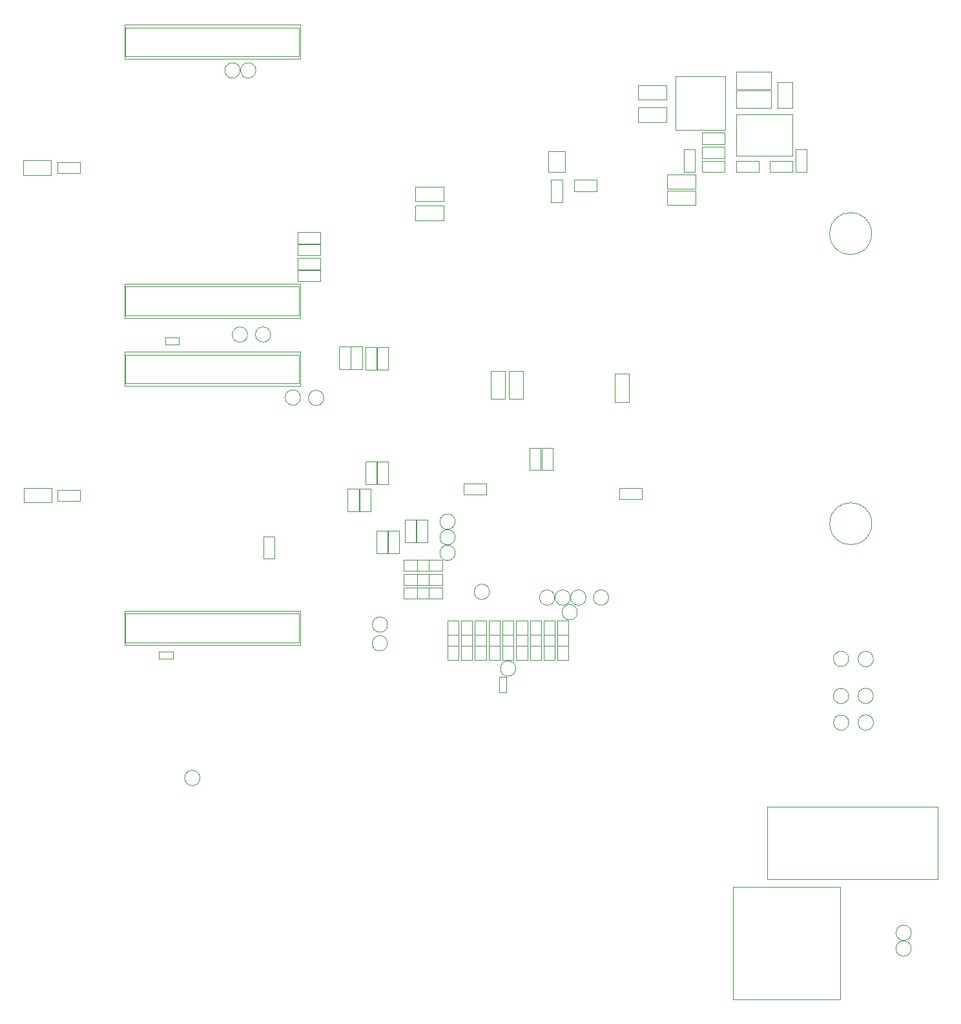
<source format=gbr>
%TF.GenerationSoftware,KiCad,Pcbnew,7.0.2-6a45011f42~172~ubuntu22.04.1*%
%TF.CreationDate,2023-04-24T13:24:37-07:00*%
%TF.ProjectId,Hepta-Pi_1.1,48657074-612d-4506-995f-312e312e6b69,2.1*%
%TF.SameCoordinates,PX37cf1c0PY1ad88f0*%
%TF.FileFunction,Other,User*%
%FSLAX46Y46*%
G04 Gerber Fmt 4.6, Leading zero omitted, Abs format (unit mm)*
G04 Created by KiCad (PCBNEW 7.0.2-6a45011f42~172~ubuntu22.04.1) date 2023-04-24 13:24:37*
%MOMM*%
%LPD*%
G01*
G04 APERTURE LIST*
%ADD10C,0.050000*%
%ADD11C,0.120000*%
G04 APERTURE END LIST*
D10*
%TO.C,H5*%
X116440000Y-87230000D02*
G75*
G03*
X116440000Y-87230000I-2750000J0D01*
G01*
%TO.C,H3*%
X116430000Y-49235000D02*
G75*
G03*
X116430000Y-49235000I-2750000J0D01*
G01*
%TO.C,C135*%
X98665000Y-28005000D02*
X98665000Y-30305000D01*
X98665000Y-30305000D02*
X103265000Y-30305000D01*
X103265000Y-28005000D02*
X98665000Y-28005000D01*
X103265000Y-30305000D02*
X103265000Y-28005000D01*
%TO.C,C155*%
X58200000Y-86740000D02*
X56740000Y-86740000D01*
X56740000Y-86740000D02*
X56740000Y-89700000D01*
X58200000Y-89700000D02*
X58200000Y-86740000D01*
X56740000Y-89700000D02*
X58200000Y-89700000D01*
%TO.C,R127*%
X62270000Y-99920000D02*
X60810000Y-99920000D01*
X60810000Y-99920000D02*
X60810000Y-103220000D01*
X62270000Y-103220000D02*
X62270000Y-99920000D01*
X60810000Y-103220000D02*
X62270000Y-103220000D01*
%TO.C,TP35*%
X69770000Y-106200000D02*
G75*
G03*
X69770000Y-106200000I-1000000J0D01*
G01*
%TO.C,R108*%
X70780000Y-67200000D02*
X68880000Y-67200000D01*
X68880000Y-67200000D02*
X68880000Y-70900000D01*
X70780000Y-70900000D02*
X70780000Y-67200000D01*
X68880000Y-70900000D02*
X70780000Y-70900000D01*
%TO.C,R106*%
X89640000Y-43610000D02*
X89640000Y-45510000D01*
X89640000Y-45510000D02*
X93340000Y-45510000D01*
X93340000Y-43610000D02*
X89640000Y-43610000D01*
X93340000Y-45510000D02*
X93340000Y-43610000D01*
%TO.C,U34*%
X74045000Y-38450000D02*
X76245000Y-38450000D01*
X74045000Y-38450000D02*
X74045000Y-41150000D01*
X76245000Y-41150000D02*
X76245000Y-38450000D01*
X76245000Y-41150000D02*
X74045000Y-41150000D01*
%TO.C,R104*%
X89650000Y-41470000D02*
X89650000Y-43370000D01*
X89650000Y-43370000D02*
X93350000Y-43370000D01*
X93350000Y-41470000D02*
X89650000Y-41470000D01*
X93350000Y-43370000D02*
X93350000Y-41470000D01*
%TO.C,R97*%
X89530000Y-31680000D02*
X89530000Y-29780000D01*
X89530000Y-29780000D02*
X85830000Y-29780000D01*
X85830000Y-31680000D02*
X89530000Y-31680000D01*
X85830000Y-29780000D02*
X85830000Y-31680000D01*
%TO.C,R107*%
X60320000Y-47470000D02*
X60320000Y-45570000D01*
X60320000Y-45570000D02*
X56620000Y-45570000D01*
X56620000Y-47470000D02*
X60320000Y-47470000D01*
X56620000Y-45570000D02*
X56620000Y-47470000D01*
%TO.C,R98*%
X89520000Y-34600000D02*
X89520000Y-32700000D01*
X89520000Y-32700000D02*
X85820000Y-32700000D01*
X85820000Y-34600000D02*
X89520000Y-34600000D01*
X85820000Y-32700000D02*
X85820000Y-34600000D01*
%TO.C,D13*%
X8957499Y-84440000D02*
X8957499Y-82540000D01*
X8957499Y-82540000D02*
X5257499Y-82540000D01*
X5257499Y-84440000D02*
X8957499Y-84440000D01*
X5257499Y-82540000D02*
X5257499Y-84440000D01*
%TO.C,R116*%
X58335000Y-95280000D02*
X58335000Y-93820000D01*
X58335000Y-93820000D02*
X55035000Y-93820000D01*
X55035000Y-95280000D02*
X58335000Y-95280000D01*
X55035000Y-93820000D02*
X55035000Y-95280000D01*
%TO.C,R123*%
X69490000Y-99920000D02*
X68030000Y-99920000D01*
X68030000Y-99920000D02*
X68030000Y-103220000D01*
X69490000Y-103220000D02*
X69490000Y-99920000D01*
X68030000Y-103220000D02*
X69490000Y-103220000D01*
%TO.C,C150*%
X46640002Y-67015000D02*
X48100002Y-67015000D01*
X48100002Y-67015000D02*
X48100002Y-64055000D01*
X46640002Y-64055000D02*
X46640002Y-67015000D01*
X48100002Y-64055000D02*
X46640002Y-64055000D01*
%TO.C,TP39*%
X113430000Y-113280000D02*
G75*
G03*
X113430000Y-113280000I-1000000J0D01*
G01*
%TO.C,TP18*%
X37642000Y-62450000D02*
G75*
G03*
X37642000Y-62450000I-1000000J0D01*
G01*
%TO.C,R117*%
X60160000Y-97080000D02*
X60160000Y-95620000D01*
X60160000Y-95620000D02*
X56860000Y-95620000D01*
X56860000Y-97080000D02*
X60160000Y-97080000D01*
X56860000Y-95620000D02*
X56860000Y-97080000D01*
%TO.C,C139*%
X106480000Y-41190000D02*
X107940000Y-41190000D01*
X107940000Y-41190000D02*
X107940000Y-38230000D01*
X106480000Y-38230000D02*
X106480000Y-41190000D01*
X107940000Y-38230000D02*
X106480000Y-38230000D01*
%TO.C,C146*%
X23830000Y-62810000D02*
X23830000Y-63730000D01*
X23830000Y-63730000D02*
X25650000Y-63730000D01*
X25650000Y-62810000D02*
X23830000Y-62810000D01*
X25650000Y-63730000D02*
X25650000Y-62810000D01*
%TO.C,TP36*%
X116660000Y-109780000D02*
G75*
G03*
X116660000Y-109780000I-1000000J0D01*
G01*
%TO.C,TP30*%
X52940707Y-102889293D02*
G75*
G03*
X52940707Y-102889293I-1000000J0D01*
G01*
%TO.C,C148*%
X50080001Y-67025000D02*
X51540001Y-67025000D01*
X51540001Y-67025000D02*
X51540001Y-64065000D01*
X50080001Y-64065000D02*
X50080001Y-67025000D01*
X51540001Y-64065000D02*
X50080001Y-64065000D01*
%TO.C,R119*%
X76700000Y-99920000D02*
X75240000Y-99920000D01*
X75240000Y-99920000D02*
X75240000Y-103220000D01*
X76700000Y-103220000D02*
X76700000Y-99920000D01*
X75240000Y-103220000D02*
X76700000Y-103220000D01*
%TO.C,R111*%
X12690000Y-84290000D02*
X12690000Y-82830000D01*
X12690000Y-82830000D02*
X9730000Y-82830000D01*
X9730000Y-84290000D02*
X12690000Y-84290000D01*
X9730000Y-82830000D02*
X9730000Y-84290000D01*
%TO.C,C136*%
X104080000Y-32795000D02*
X106040000Y-32795000D01*
X106040000Y-32795000D02*
X106040000Y-29395000D01*
X104080000Y-29395000D02*
X104080000Y-32795000D01*
X106040000Y-29395000D02*
X104080000Y-29395000D01*
%TO.C,C137*%
X98665000Y-30495000D02*
X98665000Y-32795000D01*
X98665000Y-32795000D02*
X103265000Y-32795000D01*
X103265000Y-30495000D02*
X98665000Y-30495000D01*
X103265000Y-32795000D02*
X103265000Y-30495000D01*
%TO.C,R110*%
X84620000Y-67600000D02*
X82720000Y-67600000D01*
X82720000Y-67600000D02*
X82720000Y-71300000D01*
X84620000Y-71300000D02*
X84620000Y-67600000D01*
X82720000Y-71300000D02*
X84620000Y-71300000D01*
%TO.C,TP31*%
X116660000Y-104950000D02*
G75*
G03*
X116660000Y-104950000I-1000000J0D01*
G01*
%TO.C,TP19*%
X34619293Y-62450707D02*
G75*
G03*
X34619293Y-62450707I-1000000J0D01*
G01*
%TO.C,R132*%
X69490000Y-101740000D02*
X68030000Y-101740000D01*
X68030000Y-101740000D02*
X68030000Y-105040000D01*
X69490000Y-105040000D02*
X69490000Y-101740000D01*
X68030000Y-105040000D02*
X69490000Y-105040000D01*
%TO.C,J30*%
X98280000Y-134780000D02*
X98280000Y-149530000D01*
X98280000Y-149530000D02*
X112280000Y-149530000D01*
X112280000Y-134780000D02*
X98280000Y-134780000D01*
X112280000Y-149530000D02*
X112280000Y-134780000D01*
%TO.C,TP42*%
X121620000Y-142870000D02*
G75*
G03*
X121620000Y-142870000I-1000000J0D01*
G01*
%TO.C,TP20*%
X44600000Y-70750000D02*
G75*
G03*
X44600000Y-70750000I-1000000J0D01*
G01*
%TO.C,C145*%
X44140000Y-55460000D02*
X44140000Y-54000000D01*
X44140000Y-54000000D02*
X41180000Y-54000000D01*
X41180000Y-55460000D02*
X44140000Y-55460000D01*
X41180000Y-54000000D02*
X41180000Y-55460000D01*
%TO.C,TP28*%
X74880000Y-96900000D02*
G75*
G03*
X74880000Y-96900000I-1000000J0D01*
G01*
%TO.C,ZZ14*%
X41490000Y-103170000D02*
X41490000Y-98670000D01*
X41490000Y-98670000D02*
X18490000Y-98670000D01*
X18490000Y-103170000D02*
X41490000Y-103170000D01*
X18490000Y-98670000D02*
X18490000Y-103170000D01*
%TO.C,C152*%
X51510000Y-79130000D02*
X50050000Y-79130000D01*
X50050000Y-79130000D02*
X50050000Y-82090000D01*
X51510000Y-82090000D02*
X51510000Y-79130000D01*
X50050000Y-82090000D02*
X51510000Y-82090000D01*
%TO.C,R134*%
X65885000Y-101740000D02*
X64425000Y-101740000D01*
X64425000Y-101740000D02*
X64425000Y-105040000D01*
X65885000Y-105040000D02*
X65885000Y-101740000D01*
X64425000Y-105040000D02*
X65885000Y-105040000D01*
%TO.C,TP27*%
X76930000Y-96900000D02*
G75*
G03*
X76930000Y-96900000I-1000000J0D01*
G01*
%TO.C,ZZ12*%
X41500000Y-60320000D02*
X41500000Y-55820000D01*
X41500000Y-55820000D02*
X18500000Y-55820000D01*
X18500000Y-60320000D02*
X41500000Y-60320000D01*
X18500000Y-55820000D02*
X18500000Y-60320000D01*
%TO.C,C151*%
X53039999Y-79130000D02*
X51579999Y-79130000D01*
X51579999Y-79130000D02*
X51579999Y-82090000D01*
X53039999Y-82090000D02*
X53039999Y-79130000D01*
X51579999Y-82090000D02*
X53039999Y-82090000D01*
%TO.C,R120*%
X74897500Y-99920000D02*
X73437500Y-99920000D01*
X73437500Y-99920000D02*
X73437500Y-103220000D01*
X74897500Y-103220000D02*
X74897500Y-99920000D01*
X73437500Y-103220000D02*
X74897500Y-103220000D01*
%TO.C,R109*%
X68400000Y-67200000D02*
X66500000Y-67200000D01*
X66500000Y-67200000D02*
X66500000Y-70900000D01*
X68400000Y-70900000D02*
X68400000Y-67200000D01*
X66500000Y-70900000D02*
X68400000Y-70900000D01*
%TO.C,TP16*%
X35697643Y-27860433D02*
G75*
G03*
X35697643Y-27860433I-1000000J0D01*
G01*
%TO.C,TP24*%
X61830000Y-91050000D02*
G75*
G03*
X61830000Y-91050000I-1000000J0D01*
G01*
%TO.C,R103*%
X12663097Y-41340000D02*
X12663097Y-39880000D01*
X12663097Y-39880000D02*
X9703097Y-39880000D01*
X9703097Y-41340000D02*
X12663097Y-41340000D01*
X9703097Y-39880000D02*
X9703097Y-41340000D01*
%TO.C,TP29*%
X52970707Y-100439293D02*
G75*
G03*
X52970707Y-100439293I-1000000J0D01*
G01*
%TO.C,R124*%
X67687500Y-99920000D02*
X66227500Y-99920000D01*
X66227500Y-99920000D02*
X66227500Y-103220000D01*
X67687500Y-103220000D02*
X67687500Y-99920000D01*
X66227500Y-103220000D02*
X67687500Y-103220000D01*
%TO.C,L5*%
X90700000Y-35640000D02*
X90700000Y-28640000D01*
X97200000Y-35640000D02*
X90700000Y-35640000D01*
X90700000Y-28640000D02*
X97200000Y-28640000D01*
X97200000Y-28640000D02*
X97200000Y-35640000D01*
%TO.C,R122*%
X71292500Y-99920000D02*
X69832500Y-99920000D01*
X69832500Y-99920000D02*
X69832500Y-103220000D01*
X71292500Y-103220000D02*
X71292500Y-99920000D01*
X69832500Y-103220000D02*
X71292500Y-103220000D01*
%TO.C,R136*%
X62270000Y-101740000D02*
X60810000Y-101740000D01*
X60810000Y-101740000D02*
X60810000Y-105040000D01*
X62270000Y-105040000D02*
X62270000Y-101740000D01*
X60810000Y-105040000D02*
X62270000Y-105040000D01*
%TO.C,C142*%
X44140000Y-50530001D02*
X44140000Y-49070001D01*
X44140000Y-49070001D02*
X41180000Y-49070001D01*
X41180000Y-50530001D02*
X44140000Y-50530001D01*
X41180000Y-49070001D02*
X41180000Y-50530001D01*
%TO.C,TP40*%
X28370000Y-120520000D02*
G75*
G03*
X28370000Y-120520000I-1000000J0D01*
G01*
%TO.C,TP17*%
X33627643Y-27860433D02*
G75*
G03*
X33627643Y-27860433I-1000000J0D01*
G01*
%TO.C,TP34*%
X77850000Y-98830000D02*
G75*
G03*
X77850000Y-98830000I-1000000J0D01*
G01*
%TO.C,C156*%
X56670001Y-86740000D02*
X55210001Y-86740000D01*
X55210001Y-86740000D02*
X55210001Y-89700000D01*
X56670001Y-89700000D02*
X56670001Y-86740000D01*
X55210001Y-89700000D02*
X56670001Y-89700000D01*
%TO.C,R135*%
X64090001Y-101740000D02*
X62630001Y-101740000D01*
X62630001Y-101740000D02*
X62630001Y-105040000D01*
X64090001Y-105040000D02*
X64090001Y-101740000D01*
X62630001Y-105040000D02*
X64090001Y-105040000D01*
%TO.C,TP25*%
X66330000Y-96150000D02*
G75*
G03*
X66330000Y-96150000I-1000000J0D01*
G01*
%TO.C,C144*%
X44140000Y-53920000D02*
X44140000Y-52460000D01*
X44140000Y-52460000D02*
X41180000Y-52460000D01*
X41180000Y-53920000D02*
X44140000Y-53920000D01*
X41180000Y-52460000D02*
X41180000Y-53920000D01*
%TO.C,FB1*%
X80390000Y-43660000D02*
X80390000Y-42200000D01*
X80390000Y-42200000D02*
X77430000Y-42200000D01*
X77430000Y-43660000D02*
X80390000Y-43660000D01*
X77430000Y-42200000D02*
X77430000Y-43660000D01*
%TO.C,TP33*%
X81960000Y-96900000D02*
G75*
G03*
X81960000Y-96900000I-1000000J0D01*
G01*
%TO.C,U33*%
X106060000Y-39055000D02*
X98660000Y-39055000D01*
X106060000Y-33655000D02*
X106060000Y-39055000D01*
X98660000Y-39055000D02*
X98660000Y-33655000D01*
X98660000Y-33655000D02*
X106060000Y-33655000D01*
%TO.C,R99*%
X97185000Y-39345000D02*
X97185000Y-37885000D01*
X97185000Y-37885000D02*
X94225000Y-37885000D01*
X94225000Y-39345000D02*
X97185000Y-39345000D01*
X94225000Y-37885000D02*
X94225000Y-39345000D01*
%TO.C,R114*%
X58335000Y-93420000D02*
X58335000Y-91960000D01*
X58335000Y-91960000D02*
X55035000Y-91960000D01*
X55035000Y-93420000D02*
X58335000Y-93420000D01*
X55035000Y-91960000D02*
X55035000Y-93420000D01*
%TO.C,R125*%
X65885000Y-99920000D02*
X64425000Y-99920000D01*
X64425000Y-99920000D02*
X64425000Y-103220000D01*
X65885000Y-103220000D02*
X65885000Y-99920000D01*
X64425000Y-103220000D02*
X65885000Y-103220000D01*
%TO.C,C158*%
X52950000Y-88150000D02*
X51490000Y-88150000D01*
X51490000Y-88150000D02*
X51490000Y-91110000D01*
X52950000Y-91110000D02*
X52950000Y-88150000D01*
X51490000Y-91110000D02*
X52950000Y-91110000D01*
%TO.C,C141*%
X75870000Y-42200000D02*
X74410000Y-42200000D01*
X74410000Y-42200000D02*
X74410000Y-45160000D01*
X75870000Y-45160000D02*
X75870000Y-42200000D01*
X74410000Y-45160000D02*
X75870000Y-45160000D01*
%TO.C,R101*%
X98665000Y-39735000D02*
X98665000Y-41195000D01*
X98665000Y-41195000D02*
X101625000Y-41195000D01*
X101625000Y-39735000D02*
X98665000Y-39735000D01*
X101625000Y-41195000D02*
X101625000Y-39735000D01*
%TO.C,C159*%
X22990000Y-103990000D02*
X22990000Y-104910000D01*
X22990000Y-104910000D02*
X24810000Y-104910000D01*
X24810000Y-103990000D02*
X22990000Y-103990000D01*
X24810000Y-104910000D02*
X24810000Y-103990000D01*
%TO.C,ZZ13*%
X41490000Y-69210000D02*
X41490000Y-64710000D01*
X41490000Y-64710000D02*
X18490000Y-64710000D01*
X18490000Y-69210000D02*
X41490000Y-69210000D01*
X18490000Y-64710000D02*
X18490000Y-69210000D01*
%TO.C,R121*%
X73095000Y-99920000D02*
X71635000Y-99920000D01*
X71635000Y-99920000D02*
X71635000Y-103220000D01*
X73095000Y-103220000D02*
X73095000Y-99920000D01*
X71635000Y-103220000D02*
X73095000Y-103220000D01*
%TO.C,TP37*%
X113410000Y-109800000D02*
G75*
G03*
X113410000Y-109800000I-1000000J0D01*
G01*
%TO.C,R118*%
X58335000Y-97080000D02*
X58335000Y-95620000D01*
X58335000Y-95620000D02*
X55035000Y-95620000D01*
X55035000Y-97080000D02*
X58335000Y-97080000D01*
X55035000Y-95620000D02*
X55035000Y-97080000D01*
%TO.C,R126*%
X64090000Y-99920000D02*
X62630000Y-99920000D01*
X62630000Y-99920000D02*
X62630000Y-103220000D01*
X64090000Y-103220000D02*
X64090000Y-99920000D01*
X62630000Y-103220000D02*
X64090000Y-103220000D01*
%TO.C,C149*%
X48170001Y-67015000D02*
X49630001Y-67015000D01*
X49630001Y-67015000D02*
X49630001Y-64055000D01*
X48170001Y-64055000D02*
X48170001Y-67015000D01*
X49630001Y-64055000D02*
X48170001Y-64055000D01*
%TO.C,C143*%
X44140000Y-52060000D02*
X44140000Y-50600000D01*
X44140000Y-50600000D02*
X41180000Y-50600000D01*
X41180000Y-52060000D02*
X44140000Y-52060000D01*
X41180000Y-50600000D02*
X41180000Y-52060000D01*
%TO.C,ZZ11*%
X41500000Y-26360000D02*
X41500000Y-21860000D01*
X41500000Y-21860000D02*
X18500000Y-21860000D01*
X18500000Y-26360000D02*
X41500000Y-26360000D01*
X18500000Y-21860000D02*
X18500000Y-26360000D01*
%TO.C,TP32*%
X113410000Y-104930000D02*
G75*
G03*
X113410000Y-104930000I-1000000J0D01*
G01*
%TO.C,J29*%
X102700000Y-124310000D02*
X102700000Y-133810000D01*
X102700000Y-133810000D02*
X125100000Y-133810000D01*
X125100000Y-124310000D02*
X102700000Y-124310000D01*
X125100000Y-133810000D02*
X125100000Y-124310000D01*
%TO.C,C147*%
X51610000Y-67025000D02*
X53070000Y-67025000D01*
X53070000Y-67025000D02*
X53070000Y-64065000D01*
X51610000Y-64065000D02*
X51610000Y-67025000D01*
X53070000Y-64065000D02*
X51610000Y-64065000D01*
%TO.C,C161*%
X73170000Y-80230000D02*
X74630000Y-80230000D01*
X74630000Y-80230000D02*
X74630000Y-77270000D01*
X73170000Y-77270000D02*
X73170000Y-80230000D01*
X74630000Y-77270000D02*
X73170000Y-77270000D01*
%TO.C,C157*%
X54480000Y-88149999D02*
X53020000Y-88149999D01*
X53020000Y-88149999D02*
X53020000Y-91109999D01*
X54480000Y-91109999D02*
X54480000Y-88149999D01*
X53020000Y-91109999D02*
X54480000Y-91109999D01*
%TO.C,FB2*%
X83350000Y-82520000D02*
X83350000Y-83980000D01*
X83350000Y-83980000D02*
X86310000Y-83980000D01*
X86310000Y-82520000D02*
X83350000Y-82520000D01*
X86310000Y-83980000D02*
X86310000Y-82520000D01*
%TO.C,R128*%
X76700000Y-101740000D02*
X75240000Y-101740000D01*
X75240000Y-101740000D02*
X75240000Y-105040000D01*
X76700000Y-105040000D02*
X76700000Y-101740000D01*
X75240000Y-105040000D02*
X76700000Y-105040000D01*
%TO.C,C138*%
X94225000Y-36035000D02*
X94225000Y-37495000D01*
X94225000Y-37495000D02*
X97185000Y-37495000D01*
X97185000Y-36035000D02*
X94225000Y-36035000D01*
X97185000Y-37495000D02*
X97185000Y-36035000D01*
%TO.C,R131*%
X71292500Y-101740000D02*
X69832500Y-101740000D01*
X69832500Y-101740000D02*
X69832500Y-105040000D01*
X71292500Y-105040000D02*
X71292500Y-101740000D01*
X69832500Y-105040000D02*
X71292500Y-105040000D01*
%TO.C,D12*%
X8883094Y-41560000D02*
X8883094Y-39660000D01*
X8883094Y-39660000D02*
X5183094Y-39660000D01*
X5183094Y-41560000D02*
X8883094Y-41560000D01*
X5183094Y-39660000D02*
X5183094Y-41560000D01*
%TO.C,C153*%
X50740000Y-82655000D02*
X49280000Y-82655000D01*
X49280000Y-82655000D02*
X49280000Y-85615000D01*
X50740000Y-85615000D02*
X50740000Y-82655000D01*
X49280000Y-85615000D02*
X50740000Y-85615000D01*
%TO.C,C160*%
X71600000Y-80230000D02*
X73060000Y-80230000D01*
X73060000Y-80230000D02*
X73060000Y-77270000D01*
X71600000Y-77270000D02*
X71600000Y-80230000D01*
X73060000Y-77270000D02*
X71600000Y-77270000D01*
%TO.C,NT2*%
X67570000Y-109300000D02*
X67570000Y-107300000D01*
X68570000Y-109300000D02*
X67570000Y-109300000D01*
X67570000Y-107300000D02*
X68570000Y-107300000D01*
X68570000Y-107300000D02*
X68570000Y-109300000D01*
%TO.C,TP41*%
X121630000Y-140800000D02*
G75*
G03*
X121630000Y-140800000I-1000000J0D01*
G01*
%TO.C,R112*%
X38160000Y-88870000D02*
X36700000Y-88870000D01*
X36700000Y-88870000D02*
X36700000Y-91830000D01*
X38160000Y-91830000D02*
X38160000Y-88870000D01*
X36700000Y-91830000D02*
X38160000Y-91830000D01*
%TO.C,R113*%
X60160000Y-93420000D02*
X60160000Y-91960000D01*
X60160000Y-91960000D02*
X56860000Y-91960000D01*
X56860000Y-93420000D02*
X60160000Y-93420000D01*
X56860000Y-91960000D02*
X56860000Y-93420000D01*
%TO.C,TP21*%
X41550000Y-70700000D02*
G75*
G03*
X41550000Y-70700000I-1000000J0D01*
G01*
%TO.C,C140*%
X106060000Y-41195000D02*
X106060000Y-39735000D01*
X106060000Y-39735000D02*
X103100000Y-39735000D01*
X103100000Y-41195000D02*
X106060000Y-41195000D01*
X103100000Y-39735000D02*
X103100000Y-41195000D01*
%TO.C,TP22*%
X61830000Y-86950000D02*
G75*
G03*
X61830000Y-86950000I-1000000J0D01*
G01*
%TO.C,R102*%
X94215000Y-39725000D02*
X94215000Y-41185000D01*
X94215000Y-41185000D02*
X97175000Y-41185000D01*
X97175000Y-39725000D02*
X94215000Y-39725000D01*
X97175000Y-41185000D02*
X97175000Y-39725000D01*
%TO.C,FB3*%
X65910000Y-83430000D02*
X65910000Y-81970000D01*
X65910000Y-81970000D02*
X62950000Y-81970000D01*
X62950000Y-83430000D02*
X65910000Y-83430000D01*
X62950000Y-81970000D02*
X62950000Y-83430000D01*
%TO.C,C154*%
X49210000Y-82655000D02*
X47750000Y-82655000D01*
X47750000Y-82655000D02*
X47750000Y-85615000D01*
X49210000Y-85615000D02*
X49210000Y-82655000D01*
X47750000Y-85615000D02*
X49210000Y-85615000D01*
%TO.C,TP23*%
X61830000Y-89000000D02*
G75*
G03*
X61830000Y-89000000I-1000000J0D01*
G01*
%TO.C,R133*%
X67687500Y-101740000D02*
X66227500Y-101740000D01*
X66227500Y-101740000D02*
X66227500Y-105040000D01*
X67687500Y-105040000D02*
X67687500Y-101740000D01*
X66227500Y-105040000D02*
X67687500Y-105040000D01*
%TO.C,R100*%
X93250000Y-38225000D02*
X91790000Y-38225000D01*
X91790000Y-38225000D02*
X91790000Y-41185000D01*
X93250000Y-41185000D02*
X93250000Y-38225000D01*
X91790000Y-41185000D02*
X93250000Y-41185000D01*
%TO.C,R130*%
X73095000Y-101740000D02*
X71635000Y-101740000D01*
X71635000Y-101740000D02*
X71635000Y-105040000D01*
X73095000Y-105040000D02*
X73095000Y-101740000D01*
X71635000Y-105040000D02*
X73095000Y-105040000D01*
%TO.C,TP38*%
X116660000Y-113260000D02*
G75*
G03*
X116660000Y-113260000I-1000000J0D01*
G01*
%TO.C,R129*%
X74897500Y-101740000D02*
X73437500Y-101740000D01*
X73437500Y-101740000D02*
X73437500Y-105040000D01*
X74897500Y-105040000D02*
X74897500Y-101740000D01*
X73437500Y-105040000D02*
X74897500Y-105040000D01*
D11*
%TO.C,Module6*%
X18590000Y-102790000D02*
X41390000Y-102790000D01*
X41390000Y-102790000D02*
X41390000Y-99010000D01*
X18590000Y-99010000D02*
X18590000Y-102790000D01*
X41390000Y-99010000D02*
X18590000Y-99010000D01*
X18590000Y-68870000D02*
X41390000Y-68870000D01*
X41390000Y-68870000D02*
X41390000Y-65090000D01*
X18590000Y-65090000D02*
X18590000Y-68870000D01*
X41390000Y-65090000D02*
X18590000Y-65090000D01*
D10*
%TO.C,TP26*%
X78980000Y-96900000D02*
G75*
G03*
X78980000Y-96900000I-1000000J0D01*
G01*
%TO.C,R105*%
X60320000Y-44970000D02*
X60320000Y-43070000D01*
X60320000Y-43070000D02*
X56620000Y-43070000D01*
X56620000Y-44970000D02*
X60320000Y-44970000D01*
X56620000Y-43070000D02*
X56620000Y-44970000D01*
D11*
%TO.C,Module5*%
X18600000Y-59940000D02*
X41400000Y-59940000D01*
X41400000Y-59940000D02*
X41400000Y-56160000D01*
X18600000Y-56160000D02*
X18600000Y-59940000D01*
X41400000Y-56160000D02*
X18600000Y-56160000D01*
X18600000Y-26020000D02*
X41400000Y-26020000D01*
X41400000Y-26020000D02*
X41400000Y-22240000D01*
X18600000Y-22240000D02*
X18600000Y-26020000D01*
X41400000Y-22240000D02*
X18600000Y-22240000D01*
D10*
%TO.C,R115*%
X60160000Y-95280000D02*
X60160000Y-93820000D01*
X60160000Y-93820000D02*
X56860000Y-93820000D01*
X56860000Y-95280000D02*
X60160000Y-95280000D01*
X56860000Y-93820000D02*
X56860000Y-95280000D01*
%TD*%
M02*

</source>
